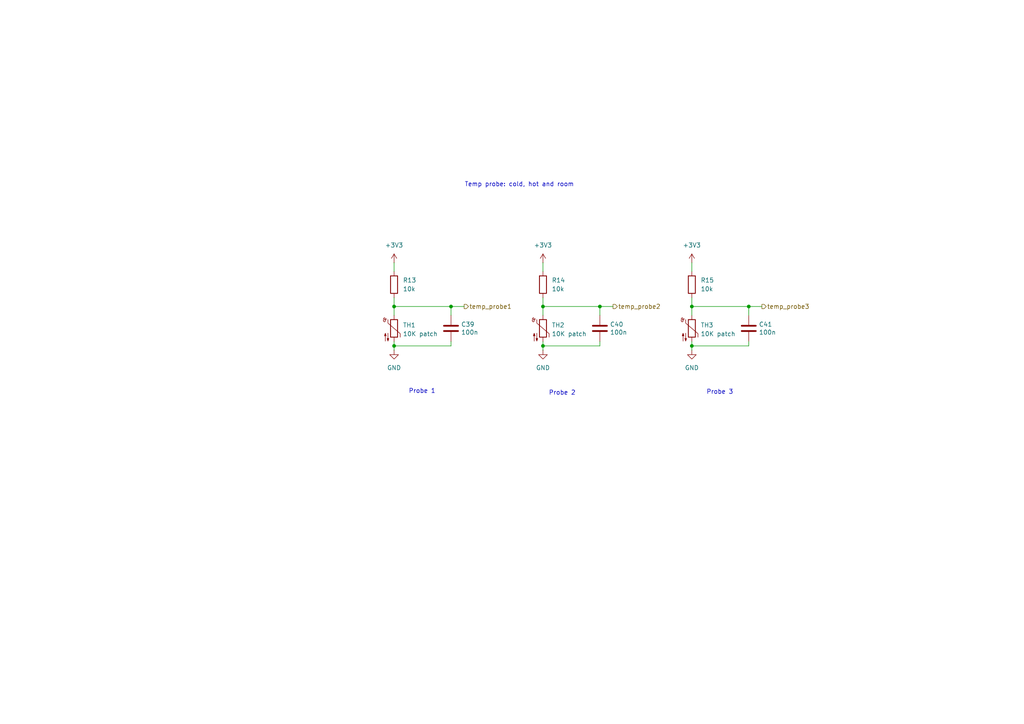
<source format=kicad_sch>
(kicad_sch (version 20250114) (generator "eeschema") (generator_version "9.0")
  (paper "A4")
  (title_block (title "NTC 10K Probe") (date "2025-12-11") (rev "1a") (company "Otai Labs") (comment 1 "Design by Syauqi Alias"))
  (lib_symbols
    (symbol "Device:C" (pin_numbers (hide yes)) (pin_names (offset 0.254))
      (property "Reference" "C" (at 0.635 2.54 0))
      (property "Value" "C" (at 0.635 -2.54 0))
      (symbol "C_0_1"
        (polyline (pts (xy -2.032 0.762) (xy 2.032 0.762)) (stroke (width 0.508)))
        (polyline (pts (xy -2.032 -0.762) (xy 2.032 -0.762)) (stroke (width 0.508)))
      )
      (symbol "C_1_1"
        (pin passive line (at 0 3.81 270) (length 2.794) (name "~") (number "1"))
        (pin passive line (at 0 -3.81 90) (length 2.794) (name "~") (number "2"))
      )
    )
    (symbol "Device:R" (pin_numbers (hide yes)) (pin_names (offset 0))
      (property "Reference" "R" (at 2.032 0 90))
      (property "Value" "R" (at 0 0 90))
      (symbol "R_0_1"
        (rectangle (start -1.016 -2.54) (end 1.016 2.54) (stroke (width 0.254)))
      )
      (symbol "R_1_1"
        (pin passive line (at 0 3.81 270) (length 1.27) (name "~") (number "1"))
        (pin passive line (at 0 -3.81 90) (length 1.27) (name "~") (number "2"))
      )
    )
    (symbol "Device:Thermistor_NTC" (pin_numbers (hide yes)) (pin_names (offset 0))
      (property "Reference" "TH" (at -4.445 0 90))
      (property "Value" "Thermistor_NTC" (at 3.175 0 90))
      (symbol "Thermistor_NTC_0_1"
        (arc (start -3.175 2.413) (mid -3.0506 2.3165) (end -3.048 2.159))
        (arc (start -3.048 2.794) (mid -2.9736 2.9736) (end -2.794 3.048))
        (arc (start -2.794 3.048) (mid -2.6144 2.9736) (end -2.54 2.794))
        (arc (start -2.794 2.54) (mid -2.9736 2.6144) (end -3.048 2.794))
        (arc (start -2.794 1.905) (mid -2.9736 1.9794) (end -3.048 2.159))
        (arc (start -2.54 2.159) (mid -2.6144 1.9794) (end -2.794 1.905))
        (arc (start -2.159 2.794) (mid -2.434 2.5608) (end -2.794 2.54))
        (polyline (pts (xy -2.54 2.159) (xy -2.54 2.794)))
        (polyline (pts (xy -2.54 -3.683) (xy -2.54 -1.397) (xy -2.794 -2.159) (xy -2.286 -2.159) (xy -2.54 -1.397) (xy -2.54 -1.651)) (fill (type outline)))
        (polyline (pts (xy -1.778 2.54) (xy -1.778 1.524) (xy 1.778 -1.524) (xy 1.778 -2.54)))
        (polyline (pts (xy -1.778 -1.397) (xy -1.778 -3.683) (xy -2.032 -2.921) (xy -1.524 -2.921) (xy -1.778 -3.683) (xy -1.778 -3.429)) (fill (type outline)))
        (rectangle (start -1.016 2.54) (end 1.016 -2.54) (stroke (width 0.254)))
      )
      (symbol "Thermistor_NTC_1_1"
        (pin passive line (at 0 3.81 270) (length 1.27) (name "~") (number "1"))
        (pin passive line (at 0 -3.81 90) (length 1.27) (name "~") (number "2"))
      )
    )
    (symbol "power:+3V3" (power) (pin_numbers (hide yes)) (pin_names (offset 0) (hide yes))
      (property "Value" "+3V3" (at 0 3.556 0))
      (symbol "+3V3_0_1"
        (polyline (pts (xy -0.762 1.27) (xy 0 2.54)))
        (polyline (pts (xy 0 2.54) (xy 0.762 1.27)))
        (polyline (pts (xy 0 0) (xy 0 2.54)))
      )
      (symbol "+3V3_1_1"
        (pin power_in line (at 0 0 90) (length 0) (name "~") (number "1"))
      )
    )
    (symbol "power:GND" (power) (pin_numbers (hide yes)) (pin_names (offset 0) (hide yes))
      (property "Value" "GND" (at 0 -3.81 0))
      (symbol "GND_0_1"
        (polyline (pts (xy 0 0) (xy 0 -1.27) (xy 1.27 -1.27) (xy 0 -2.54) (xy -1.27 -1.27) (xy 0 -1.27)))
      )
      (symbol "GND_1_1"
        (pin power_in line (at 0 0 270) (length 0) (name "~") (number "1"))
      )
    )
  )
  (text "Temp probe: cold, hot and room\n\n" (at 150.622 54.61 0) (effects (font (size 1.27 1.27))))
  (text "Probe 1" (at 122.428 113.538 0) (effects (font (size 1.27 1.27))))
  (text "Probe 2" (at 163.068 114.046 0) (effects (font (size 1.27 1.27))))
  (text "Probe 3" (at 208.788 113.792 0) (effects (font (size 1.27 1.27))))
  (junction (at 200.66 100.33))
  (junction (at 217.17 88.9))
  (junction (at 130.81 88.9))
  (junction (at 157.48 100.33))
  (junction (at 200.66 88.9))
  (junction (at 173.99 88.9))
  (junction (at 114.3 100.33))
  (junction (at 157.48 88.9))
  (junction (at 114.3 88.9))
  (wire (pts (xy 114.3 88.9) (xy 130.81 88.9)))
  (wire (pts (xy 157.48 88.9) (xy 173.99 88.9)))
  (wire (pts (xy 130.81 88.9) (xy 134.62 88.9)))
  (wire (pts (xy 114.3 88.9) (xy 114.3 91.44)))
  (wire (pts (xy 200.66 99.06) (xy 200.66 100.33)))
  (wire (pts (xy 157.48 99.06) (xy 157.48 100.33)))
  (wire (pts (xy 173.99 88.9) (xy 173.99 91.44)))
  (wire (pts (xy 200.66 88.9) (xy 217.17 88.9)))
  (wire (pts (xy 200.66 86.36) (xy 200.66 88.9)))
  (wire (pts (xy 114.3 100.33) (xy 130.81 100.33)))
  (wire (pts (xy 157.48 88.9) (xy 157.48 91.44)))
  (wire (pts (xy 157.48 86.36) (xy 157.48 88.9)))
  (wire (pts (xy 130.81 88.9) (xy 130.81 91.44)))
  (wire (pts (xy 114.3 86.36) (xy 114.3 88.9)))
  (wire (pts (xy 217.17 88.9) (xy 217.17 91.44)))
  (wire (pts (xy 157.48 100.33) (xy 173.99 100.33)))
  (wire (pts (xy 173.99 99.06) (xy 173.99 100.33)))
  (wire (pts (xy 217.17 88.9) (xy 220.98 88.9)))
  (wire (pts (xy 217.17 99.06) (xy 217.17 100.33)))
  (wire (pts (xy 157.48 100.33) (xy 157.48 101.6)))
  (wire (pts (xy 200.66 88.9) (xy 200.66 91.44)))
  (wire (pts (xy 200.66 100.33) (xy 200.66 101.6)))
  (wire (pts (xy 157.48 76.2) (xy 157.48 78.74)))
  (wire (pts (xy 200.66 100.33) (xy 217.17 100.33)))
  (wire (pts (xy 114.3 76.2) (xy 114.3 78.74)))
  (wire (pts (xy 173.99 88.9) (xy 177.8 88.9)))
  (wire (pts (xy 114.3 99.06) (xy 114.3 100.33)))
  (wire (pts (xy 114.3 100.33) (xy 114.3 101.6)))
  (wire (pts (xy 130.81 99.06) (xy 130.81 100.33)))
  (wire (pts (xy 200.66 76.2) (xy 200.66 78.74)))
  (hierarchical_label "temp_probe1" (shape output) (at 134.62 88.9 0))
  (hierarchical_label "temp_probe3" (shape output) (at 220.98 88.9 0))
  (hierarchical_label "temp_probe2" (shape output) (at 177.8 88.9 0))
  (symbol (lib_id "power:+3V3") (at 114.3 76.2 0) (unit 1)
    (property "Reference" "#PWR043" (effects (hide yes)))
    (property "Value" "+3V3" (at 114.3 71.12 0))
    (property "Description" "Power symbol creates a global label with name \"+3V3\"" (effects (hide yes)))
  )
  (symbol (lib_id "power:GND") (at 200.66 101.6 0) (unit 1)
    (property "Reference" "#PWR048" (effects (hide yes)))
    (property "Value" "GND" (at 200.66 106.68 0))
    (property "Description" "Power symbol creates a global label with name \"GND\" , ground" (effects (hide yes)))
  )
  (symbol (lib_id "Device:Thermistor_NTC") (at 114.3 95.25 0) (unit 1)
    (property "Reference" "TH1" (at 116.84 94.2974 0) (effects (justify left)))
    (property "Value" "10K patch" (at 116.84 96.8374 0) (effects (justify left)))
    (property "Footprint" "TerminalBlock_Altech:Altech_AK100_1x02_P5.00mm" (effects (hide yes)))
    (property "Description" "Temperature dependent resistor, negative temperature coefficient" (effects (hide yes)))
    (property "RS" "152-327 " (effects (hide yes)))
    (property "mouser" "845-30.002 " (effects (hide yes)))
  )
  (symbol (lib_id "power:+3V3") (at 157.48 76.2 0) (unit 1)
    (property "Reference" "#PWR045" (effects (hide yes)))
    (property "Value" "+3V3" (at 157.48 71.12 0))
    (property "Description" "Power symbol creates a global label with name \"+3V3\"" (effects (hide yes)))
  )
  (symbol (lib_id "Device:C") (at 217.17 95.25 0) (unit 1)
    (property "Reference" "C41" (at 220.091 94.0816 0) (effects (justify left)))
    (property "Value" "100n" (at 220.091 96.393 0) (effects (justify left)))
    (property "Footprint" "Capacitor_SMD:C_0603_1608Metric_Pad1.08x0.95mm_HandSolder" (effects (hide yes)))
    (property "mouser" "581-KGM15AR70J104KM" (effects (hide yes)))
  )
  (symbol (lib_id "Device:R") (at 157.48 82.55 0) (unit 1)
    (property "Reference" "R14" (at 160.02 81.2799 0) (effects (justify left)))
    (property "Value" "10k" (at 160.02 83.8199 0) (effects (justify left)))
    (property "Footprint" "Resistor_SMD:R_0603_1608Metric_Pad0.98x0.95mm_HandSolder" (effects (hide yes)))
    (property "Description" "Resistor" (effects (hide yes)))
    (property "mouser" "603-RT0603WRE0710KL" (effects (hide yes)))
  )
  (symbol (lib_id "power:GND") (at 157.48 101.6 0) (unit 1)
    (property "Reference" "#PWR046" (effects (hide yes)))
    (property "Value" "GND" (at 157.48 106.68 0))
    (property "Description" "Power symbol creates a global label with name \"GND\" , ground" (effects (hide yes)))
  )
  (symbol (lib_id "Device:C") (at 173.99 95.25 0) (unit 1)
    (property "Reference" "C40" (at 176.911 94.0816 0) (effects (justify left)))
    (property "Value" "100n" (at 176.911 96.393 0) (effects (justify left)))
    (property "Footprint" "Capacitor_SMD:C_0603_1608Metric_Pad1.08x0.95mm_HandSolder" (effects (hide yes)))
    (property "mouser" "581-KGM15AR70J104KM" (effects (hide yes)))
  )
  (symbol (lib_id "Device:C") (at 130.81 95.25 0) (unit 1)
    (property "Reference" "C39" (at 133.731 94.0816 0) (effects (justify left)))
    (property "Value" "100n" (at 133.731 96.393 0) (effects (justify left)))
    (property "Footprint" "Capacitor_SMD:C_0603_1608Metric_Pad1.08x0.95mm_HandSolder" (effects (hide yes)))
    (property "mouser" "581-KGM15AR70J104KM" (effects (hide yes)))
  )
  (symbol (lib_id "Device:Thermistor_NTC") (at 200.66 95.25 0) (unit 1)
    (property "Reference" "TH3" (at 203.2 94.2974 0) (effects (justify left)))
    (property "Value" "10K patch" (at 203.2 96.8374 0) (effects (justify left)))
    (property "Footprint" "TerminalBlock_Altech:Altech_AK100_1x02_P5.00mm" (effects (hide yes)))
    (property "Description" "Temperature dependent resistor, negative temperature coefficient" (effects (hide yes)))
    (property "RS" "152-327 " (effects (hide yes)))
    (property "mouser" "845-30.002 " (effects (hide yes)))
  )
  (symbol (lib_id "Device:Thermistor_NTC") (at 157.48 95.25 0) (unit 1)
    (property "Reference" "TH2" (at 160.02 94.2974 0) (effects (justify left)))
    (property "Value" "10K patch" (at 160.02 96.8374 0) (effects (justify left)))
    (property "Footprint" "TerminalBlock_Altech:Altech_AK100_1x02_P5.00mm" (effects (hide yes)))
    (property "Description" "Temperature dependent resistor, negative temperature coefficient" (effects (hide yes)))
    (property "RS" "152-327 " (effects (hide yes)))
    (property "mouser" "845-30.002 " (effects (hide yes)))
  )
  (symbol (lib_id "Device:R") (at 200.66 82.55 0) (unit 1)
    (property "Reference" "R15" (at 203.2 81.2799 0) (effects (justify left)))
    (property "Value" "10k" (at 203.2 83.8199 0) (effects (justify left)))
    (property "Footprint" "Resistor_SMD:R_0603_1608Metric_Pad0.98x0.95mm_HandSolder" (effects (hide yes)))
    (property "Description" "Resistor" (effects (hide yes)))
    (property "mouser" "603-RT0603WRE0710KL" (effects (hide yes)))
  )
  (symbol (lib_id "power:+3V3") (at 200.66 76.2 0) (unit 1)
    (property "Reference" "#PWR047" (effects (hide yes)))
    (property "Value" "+3V3" (at 200.66 71.12 0))
    (property "Description" "Power symbol creates a global label with name \"+3V3\"" (effects (hide yes)))
  )
  (symbol (lib_id "Device:R") (at 114.3 82.55 0) (unit 1)
    (property "Reference" "R13" (at 116.84 81.2799 0) (effects (justify left)))
    (property "Value" "10k" (at 116.84 83.8199 0) (effects (justify left)))
    (property "Footprint" "Resistor_SMD:R_0603_1608Metric_Pad0.98x0.95mm_HandSolder" (effects (hide yes)))
    (property "Description" "Resistor" (effects (hide yes)))
    (property "mouser" "603-RT0603WRE0710KL" (effects (hide yes)))
  )
  (symbol (lib_id "power:GND") (at 114.3 101.6 0) (unit 1)
    (property "Reference" "#PWR044" (effects (hide yes)))
    (property "Value" "GND" (at 114.3 106.68 0))
    (property "Description" "Power symbol creates a global label with name \"GND\" , ground" (effects (hide yes)))
  )
)
</source>
